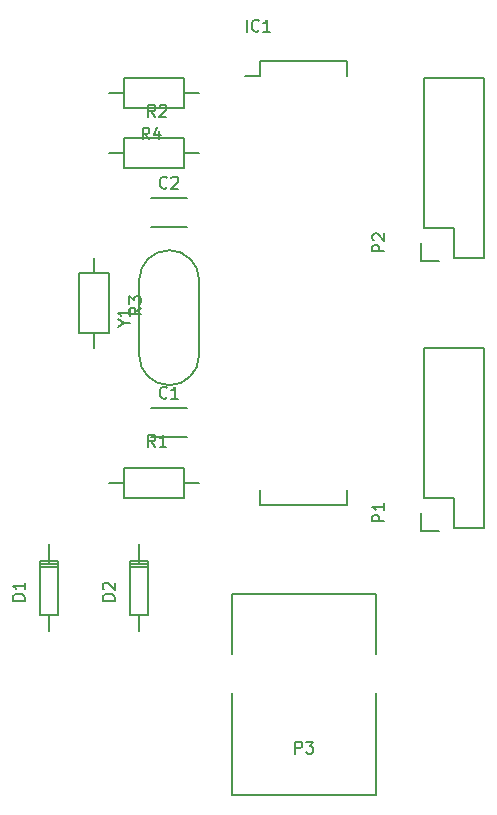
<source format=gto>
G04 #@! TF.FileFunction,Legend,Top*
%FSLAX46Y46*%
G04 Gerber Fmt 4.6, Leading zero omitted, Abs format (unit mm)*
G04 Created by KiCad (PCBNEW (2015-09-02 BZR 6149)-product) date Saturday, 26 September 2015 14:16:23*
%MOMM*%
G01*
G04 APERTURE LIST*
%ADD10C,0.100000*%
%ADD11C,0.150000*%
G04 APERTURE END LIST*
D10*
D11*
X139450000Y-132100000D02*
X142450000Y-132100000D01*
X142450000Y-134600000D02*
X139450000Y-134600000D01*
X139450000Y-114320000D02*
X142450000Y-114320000D01*
X142450000Y-116820000D02*
X139450000Y-116820000D01*
X130812540Y-149606520D02*
X130812540Y-151003520D01*
X130812540Y-145161520D02*
X130812540Y-143637520D01*
X131574540Y-145542520D02*
X130050540Y-145542520D01*
X131574540Y-145288520D02*
X130050540Y-145288520D01*
X130812540Y-145034520D02*
X130050540Y-145034520D01*
X130050540Y-145034520D02*
X130050540Y-149606520D01*
X130050540Y-149606520D02*
X131574540Y-149606520D01*
X131574540Y-149606520D02*
X131574540Y-145034520D01*
X131574540Y-145034520D02*
X130812540Y-145034520D01*
X138432540Y-149606520D02*
X138432540Y-151003520D01*
X138432540Y-145161520D02*
X138432540Y-143637520D01*
X139194540Y-145542520D02*
X137670540Y-145542520D01*
X139194540Y-145288520D02*
X137670540Y-145288520D01*
X138432540Y-145034520D02*
X137670540Y-145034520D01*
X137670540Y-145034520D02*
X137670540Y-149606520D01*
X137670540Y-149606520D02*
X139194540Y-149606520D01*
X139194540Y-149606520D02*
X139194540Y-145034520D01*
X139194540Y-145034520D02*
X138432540Y-145034520D01*
X148636100Y-102708600D02*
X148636100Y-103978600D01*
X155986100Y-102708600D02*
X155986100Y-103978600D01*
X155986100Y-140318600D02*
X155986100Y-139048600D01*
X148636100Y-140318600D02*
X148636100Y-139048600D01*
X148636100Y-102708600D02*
X155986100Y-102708600D01*
X148636100Y-140318600D02*
X155986100Y-140318600D01*
X148636100Y-103978600D02*
X147351100Y-103978600D01*
X167640000Y-127000000D02*
X167640000Y-142240000D01*
X162560000Y-139700000D02*
X162560000Y-127000000D01*
X167640000Y-127000000D02*
X162560000Y-127000000D01*
X167640000Y-142240000D02*
X165100000Y-142240000D01*
X162280000Y-140970000D02*
X162280000Y-142520000D01*
X165100000Y-142240000D02*
X165100000Y-139700000D01*
X165100000Y-139700000D02*
X162560000Y-139700000D01*
X162280000Y-142520000D02*
X163830000Y-142520000D01*
X167640000Y-104140000D02*
X167640000Y-119380000D01*
X162560000Y-116840000D02*
X162560000Y-104140000D01*
X167640000Y-104140000D02*
X162560000Y-104140000D01*
X167640000Y-119380000D02*
X165100000Y-119380000D01*
X162280000Y-118110000D02*
X162280000Y-119660000D01*
X165100000Y-119380000D02*
X165100000Y-116840000D01*
X165100000Y-116840000D02*
X162560000Y-116840000D01*
X162280000Y-119660000D02*
X163830000Y-119660000D01*
X137160000Y-137160000D02*
X142240000Y-137160000D01*
X142240000Y-137160000D02*
X142240000Y-139700000D01*
X142240000Y-139700000D02*
X137160000Y-139700000D01*
X137160000Y-139700000D02*
X137160000Y-137160000D01*
X137160000Y-138430000D02*
X135890000Y-138430000D01*
X142240000Y-138430000D02*
X143510000Y-138430000D01*
X137160000Y-109220000D02*
X142240000Y-109220000D01*
X142240000Y-109220000D02*
X142240000Y-111760000D01*
X142240000Y-111760000D02*
X137160000Y-111760000D01*
X137160000Y-111760000D02*
X137160000Y-109220000D01*
X137160000Y-110490000D02*
X135890000Y-110490000D01*
X142240000Y-110490000D02*
X143510000Y-110490000D01*
X135890000Y-120650000D02*
X135890000Y-125730000D01*
X135890000Y-125730000D02*
X133350000Y-125730000D01*
X133350000Y-125730000D02*
X133350000Y-120650000D01*
X133350000Y-120650000D02*
X135890000Y-120650000D01*
X134620000Y-120650000D02*
X134620000Y-119380000D01*
X134620000Y-125730000D02*
X134620000Y-127000000D01*
X142240000Y-106680000D02*
X137160000Y-106680000D01*
X137160000Y-106680000D02*
X137160000Y-104140000D01*
X137160000Y-104140000D02*
X142240000Y-104140000D01*
X142240000Y-104140000D02*
X142240000Y-106680000D01*
X142240000Y-105410000D02*
X143510000Y-105410000D01*
X137160000Y-105410000D02*
X135890000Y-105410000D01*
X143510000Y-127635000D02*
X143510000Y-121285000D01*
X138430000Y-127635000D02*
X138430000Y-121285000D01*
X140970000Y-118745000D02*
G75*
G03X138430000Y-121285000I0J-2540000D01*
G01*
X143510000Y-121285000D02*
G75*
G03X140970000Y-118745000I-2540000J0D01*
G01*
X138430000Y-127635000D02*
G75*
G03X140970000Y-130175000I2540000J0D01*
G01*
X140970000Y-130175000D02*
G75*
G03X143510000Y-127635000I0J2540000D01*
G01*
X146304000Y-156210000D02*
X146304000Y-164846000D01*
X146304000Y-147828000D02*
X146304000Y-152908000D01*
X158496000Y-156210000D02*
X158496000Y-164846000D01*
X158496000Y-147828000D02*
X158496000Y-152908000D01*
X158496000Y-164846000D02*
X146304000Y-164846000D01*
X146304000Y-147828000D02*
X158496000Y-147828000D01*
X140783334Y-131207143D02*
X140735715Y-131254762D01*
X140592858Y-131302381D01*
X140497620Y-131302381D01*
X140354762Y-131254762D01*
X140259524Y-131159524D01*
X140211905Y-131064286D01*
X140164286Y-130873810D01*
X140164286Y-130730952D01*
X140211905Y-130540476D01*
X140259524Y-130445238D01*
X140354762Y-130350000D01*
X140497620Y-130302381D01*
X140592858Y-130302381D01*
X140735715Y-130350000D01*
X140783334Y-130397619D01*
X141735715Y-131302381D02*
X141164286Y-131302381D01*
X141450000Y-131302381D02*
X141450000Y-130302381D01*
X141354762Y-130445238D01*
X141259524Y-130540476D01*
X141164286Y-130588095D01*
X140783334Y-113427143D02*
X140735715Y-113474762D01*
X140592858Y-113522381D01*
X140497620Y-113522381D01*
X140354762Y-113474762D01*
X140259524Y-113379524D01*
X140211905Y-113284286D01*
X140164286Y-113093810D01*
X140164286Y-112950952D01*
X140211905Y-112760476D01*
X140259524Y-112665238D01*
X140354762Y-112570000D01*
X140497620Y-112522381D01*
X140592858Y-112522381D01*
X140735715Y-112570000D01*
X140783334Y-112617619D01*
X141164286Y-112617619D02*
X141211905Y-112570000D01*
X141307143Y-112522381D01*
X141545239Y-112522381D01*
X141640477Y-112570000D01*
X141688096Y-112617619D01*
X141735715Y-112712857D01*
X141735715Y-112808095D01*
X141688096Y-112950952D01*
X141116667Y-113522381D01*
X141735715Y-113522381D01*
X128724921Y-148408615D02*
X127724921Y-148408615D01*
X127724921Y-148170520D01*
X127772540Y-148027662D01*
X127867778Y-147932424D01*
X127963016Y-147884805D01*
X128153492Y-147837186D01*
X128296350Y-147837186D01*
X128486826Y-147884805D01*
X128582064Y-147932424D01*
X128677302Y-148027662D01*
X128724921Y-148170520D01*
X128724921Y-148408615D01*
X128724921Y-146884805D02*
X128724921Y-147456234D01*
X128724921Y-147170520D02*
X127724921Y-147170520D01*
X127867778Y-147265758D01*
X127963016Y-147360996D01*
X128010635Y-147456234D01*
X136344921Y-148408615D02*
X135344921Y-148408615D01*
X135344921Y-148170520D01*
X135392540Y-148027662D01*
X135487778Y-147932424D01*
X135583016Y-147884805D01*
X135773492Y-147837186D01*
X135916350Y-147837186D01*
X136106826Y-147884805D01*
X136202064Y-147932424D01*
X136297302Y-148027662D01*
X136344921Y-148170520D01*
X136344921Y-148408615D01*
X135440159Y-147456234D02*
X135392540Y-147408615D01*
X135344921Y-147313377D01*
X135344921Y-147075281D01*
X135392540Y-146980043D01*
X135440159Y-146932424D01*
X135535397Y-146884805D01*
X135630635Y-146884805D01*
X135773492Y-146932424D01*
X136344921Y-147503853D01*
X136344921Y-146884805D01*
X147524910Y-100235981D02*
X147524910Y-99235981D01*
X148572529Y-100140743D02*
X148524910Y-100188362D01*
X148382053Y-100235981D01*
X148286815Y-100235981D01*
X148143957Y-100188362D01*
X148048719Y-100093124D01*
X148001100Y-99997886D01*
X147953481Y-99807410D01*
X147953481Y-99664552D01*
X148001100Y-99474076D01*
X148048719Y-99378838D01*
X148143957Y-99283600D01*
X148286815Y-99235981D01*
X148382053Y-99235981D01*
X148524910Y-99283600D01*
X148572529Y-99331219D01*
X149524910Y-100235981D02*
X148953481Y-100235981D01*
X149239195Y-100235981D02*
X149239195Y-99235981D01*
X149143957Y-99378838D01*
X149048719Y-99474076D01*
X148953481Y-99521695D01*
X159182381Y-141708095D02*
X158182381Y-141708095D01*
X158182381Y-141327142D01*
X158230000Y-141231904D01*
X158277619Y-141184285D01*
X158372857Y-141136666D01*
X158515714Y-141136666D01*
X158610952Y-141184285D01*
X158658571Y-141231904D01*
X158706190Y-141327142D01*
X158706190Y-141708095D01*
X159182381Y-140184285D02*
X159182381Y-140755714D01*
X159182381Y-140470000D02*
X158182381Y-140470000D01*
X158325238Y-140565238D01*
X158420476Y-140660476D01*
X158468095Y-140755714D01*
X159182381Y-118848095D02*
X158182381Y-118848095D01*
X158182381Y-118467142D01*
X158230000Y-118371904D01*
X158277619Y-118324285D01*
X158372857Y-118276666D01*
X158515714Y-118276666D01*
X158610952Y-118324285D01*
X158658571Y-118371904D01*
X158706190Y-118467142D01*
X158706190Y-118848095D01*
X158277619Y-117895714D02*
X158230000Y-117848095D01*
X158182381Y-117752857D01*
X158182381Y-117514761D01*
X158230000Y-117419523D01*
X158277619Y-117371904D01*
X158372857Y-117324285D01*
X158468095Y-117324285D01*
X158610952Y-117371904D01*
X159182381Y-117943333D01*
X159182381Y-117324285D01*
X139782254Y-135382261D02*
X139448920Y-134906070D01*
X139210825Y-135382261D02*
X139210825Y-134382261D01*
X139591778Y-134382261D01*
X139687016Y-134429880D01*
X139734635Y-134477499D01*
X139782254Y-134572737D01*
X139782254Y-134715594D01*
X139734635Y-134810832D01*
X139687016Y-134858451D01*
X139591778Y-134906070D01*
X139210825Y-134906070D01*
X140734635Y-135382261D02*
X140163206Y-135382261D01*
X140448920Y-135382261D02*
X140448920Y-134382261D01*
X140353682Y-134525118D01*
X140258444Y-134620356D01*
X140163206Y-134667975D01*
X139782254Y-107442261D02*
X139448920Y-106966070D01*
X139210825Y-107442261D02*
X139210825Y-106442261D01*
X139591778Y-106442261D01*
X139687016Y-106489880D01*
X139734635Y-106537499D01*
X139782254Y-106632737D01*
X139782254Y-106775594D01*
X139734635Y-106870832D01*
X139687016Y-106918451D01*
X139591778Y-106966070D01*
X139210825Y-106966070D01*
X140163206Y-106537499D02*
X140210825Y-106489880D01*
X140306063Y-106442261D01*
X140544159Y-106442261D01*
X140639397Y-106489880D01*
X140687016Y-106537499D01*
X140734635Y-106632737D01*
X140734635Y-106727975D01*
X140687016Y-106870832D01*
X140115587Y-107442261D01*
X140734635Y-107442261D01*
X138572501Y-123605586D02*
X138096310Y-123938920D01*
X138572501Y-124177015D02*
X137572501Y-124177015D01*
X137572501Y-123796062D01*
X137620120Y-123700824D01*
X137667739Y-123653205D01*
X137762977Y-123605586D01*
X137905834Y-123605586D01*
X138001072Y-123653205D01*
X138048691Y-123700824D01*
X138096310Y-123796062D01*
X138096310Y-124177015D01*
X137572501Y-123272253D02*
X137572501Y-122653205D01*
X137953453Y-122986539D01*
X137953453Y-122843681D01*
X138001072Y-122748443D01*
X138048691Y-122700824D01*
X138143930Y-122653205D01*
X138382025Y-122653205D01*
X138477263Y-122700824D01*
X138524882Y-122748443D01*
X138572501Y-122843681D01*
X138572501Y-123129396D01*
X138524882Y-123224634D01*
X138477263Y-123272253D01*
X139284414Y-109362501D02*
X138951080Y-108886310D01*
X138712985Y-109362501D02*
X138712985Y-108362501D01*
X139093938Y-108362501D01*
X139189176Y-108410120D01*
X139236795Y-108457739D01*
X139284414Y-108552977D01*
X139284414Y-108695834D01*
X139236795Y-108791072D01*
X139189176Y-108838691D01*
X139093938Y-108886310D01*
X138712985Y-108886310D01*
X140141557Y-108695834D02*
X140141557Y-109362501D01*
X139903461Y-108314882D02*
X139665366Y-109029168D01*
X140284414Y-109029168D01*
X137136190Y-124936191D02*
X137612381Y-124936191D01*
X136612381Y-125269524D02*
X137136190Y-124936191D01*
X136612381Y-124602857D01*
X137612381Y-123745714D02*
X137612381Y-124317143D01*
X137612381Y-124031429D02*
X136612381Y-124031429D01*
X136755238Y-124126667D01*
X136850476Y-124221905D01*
X136898095Y-124317143D01*
X151661905Y-161361381D02*
X151661905Y-160361381D01*
X152042858Y-160361381D01*
X152138096Y-160409000D01*
X152185715Y-160456619D01*
X152233334Y-160551857D01*
X152233334Y-160694714D01*
X152185715Y-160789952D01*
X152138096Y-160837571D01*
X152042858Y-160885190D01*
X151661905Y-160885190D01*
X152566667Y-160361381D02*
X153185715Y-160361381D01*
X152852381Y-160742333D01*
X152995239Y-160742333D01*
X153090477Y-160789952D01*
X153138096Y-160837571D01*
X153185715Y-160932810D01*
X153185715Y-161170905D01*
X153138096Y-161266143D01*
X153090477Y-161313762D01*
X152995239Y-161361381D01*
X152709524Y-161361381D01*
X152614286Y-161313762D01*
X152566667Y-161266143D01*
M02*

</source>
